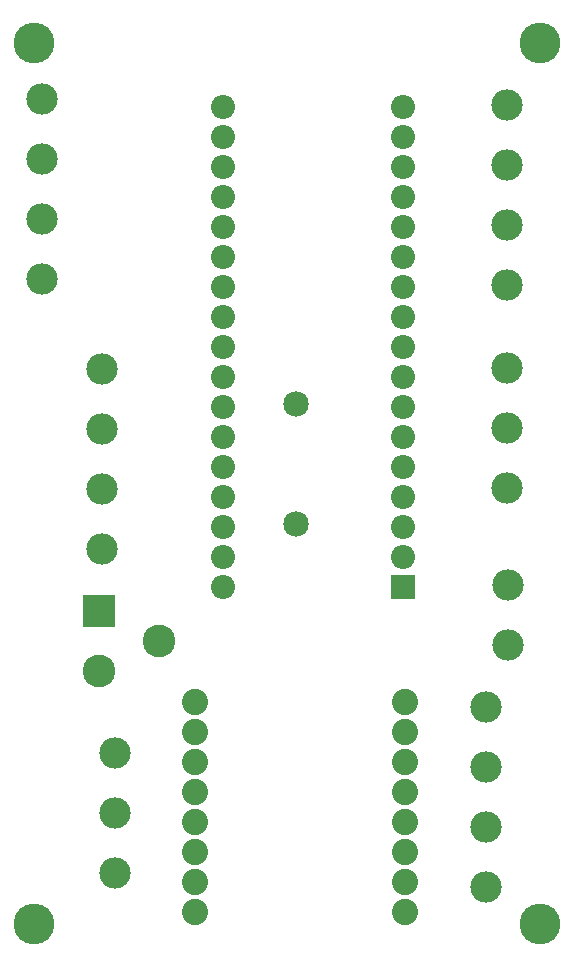
<source format=gbs>
G04 MADE WITH FRITZING*
G04 WWW.FRITZING.ORG*
G04 DOUBLE SIDED*
G04 HOLES PLATED*
G04 CONTOUR ON CENTER OF CONTOUR VECTOR*
%ASAXBY*%
%FSLAX23Y23*%
%MOIN*%
%OFA0B0*%
%SFA1.0B1.0*%
%ADD10C,0.104488*%
%ADD11C,0.085000*%
%ADD12C,0.135984*%
%ADD13C,0.087701*%
%ADD14C,0.080555*%
%ADD15C,0.080583*%
%ADD16C,0.109000*%
%ADD17R,0.080570X0.080542*%
%ADD18R,0.109000X0.109000*%
%LNMASK0*%
G90*
G70*
G54D10*
X381Y690D03*
X381Y490D03*
X381Y290D03*
X337Y1969D03*
X337Y1769D03*
X337Y1569D03*
X337Y1369D03*
X1617Y843D03*
X1617Y643D03*
X1617Y443D03*
X1617Y243D03*
X1686Y2850D03*
X1686Y2650D03*
X1686Y2450D03*
X1686Y2250D03*
X137Y2870D03*
X137Y2670D03*
X137Y2470D03*
X137Y2270D03*
X1690Y1252D03*
X1690Y1052D03*
X1687Y1973D03*
X1687Y1773D03*
X1687Y1573D03*
G54D11*
X983Y1854D03*
X983Y1454D03*
G54D12*
X1796Y122D03*
X1796Y3057D03*
X110Y3057D03*
X110Y122D03*
G54D13*
X648Y861D03*
X648Y761D03*
X648Y661D03*
X648Y562D03*
X648Y462D03*
X648Y362D03*
X648Y262D03*
X648Y162D03*
X1347Y861D03*
X1347Y761D03*
X1347Y661D03*
X1347Y562D03*
X1347Y462D03*
X1347Y362D03*
X1347Y262D03*
X1347Y162D03*
G54D14*
X1341Y1245D03*
X1341Y1345D03*
X1341Y1445D03*
X1341Y1545D03*
X1341Y1645D03*
X1341Y1745D03*
X1341Y1845D03*
X1341Y1945D03*
X1341Y2045D03*
G54D15*
X1341Y2145D03*
X1341Y2245D03*
X1341Y2345D03*
G54D14*
X1341Y2445D03*
X1341Y2545D03*
G54D15*
X1341Y2645D03*
X1341Y2745D03*
X1341Y2845D03*
G54D14*
X741Y1245D03*
X741Y1345D03*
X741Y1445D03*
X741Y1545D03*
X741Y1645D03*
X741Y1745D03*
X741Y2045D03*
G54D15*
X741Y2145D03*
G54D14*
X741Y1945D03*
X741Y1845D03*
G54D15*
X741Y2245D03*
X741Y2345D03*
G54D14*
X741Y2445D03*
X741Y2545D03*
G54D15*
X741Y2645D03*
X741Y2745D03*
X741Y2845D03*
G54D16*
X326Y965D03*
X326Y1165D03*
X526Y1065D03*
G54D17*
X1341Y1245D03*
G54D18*
X326Y1165D03*
G04 End of Mask0*
M02*
</source>
